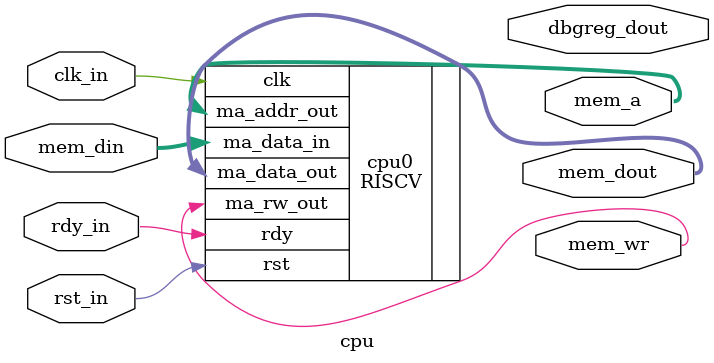
<source format=v>
`include "define.v"
module cpu(
    input  wire                 clk_in,			// system clock signal
    input  wire                 rst_in,			// reset signal
	  input  wire					        rdy_in,			// ready signal, pause cpu when low

    input  wire [ 7:0]          mem_din,		// data input bus
    output wire [ 7:0]          mem_dout,		// data output bus
    output wire [31:0]          mem_a,			// address bus (only 17:0 is used)
    output wire                 mem_wr,			// write/read signal (1 for write)

	output wire [31:0]			dbgreg_dout		// cpu register output (debugging demo)
);

// implementation goes here

// Specifications:
// - Pause cpu(freeze pc, registers, etc.) when rdy_in is low
// - Memory read takes 2 cycles(wait till next cycle), write takes 1 cycle(no need to wait)
// - Memory is of size 128KB, with valid address ranging from 0x0 to 0x20000
// - I/O port is mapped to address higher than 0x30000 (mem_a[17:16]==2'b11)
// - 0x30000 read: read a byte from input
// - 0x30000 write: write a byte to output (write 0x00 is ignored)
// - 0x30004 read: read clocks passed since cpu starts (in dword, 4 bytes)
// - 0x30004 write: indicates program stop (will output '\0' through uart tx)

RISCV cpu0(
    .clk(clk_in),
    .rst(rst_in),
    .rdy(rdy_in),
    .ma_data_in(mem_din),
    .ma_data_out(mem_dout),
    .ma_addr_out(mem_a),
    .ma_rw_out(mem_wr)
);

always @(posedge clk_in)
  begin
    if (rst_in)
      begin
      
      end
    else if (!rdy_in)
      begin
      
      end
    else
      begin
      
      end
  end

endmodule
</source>
